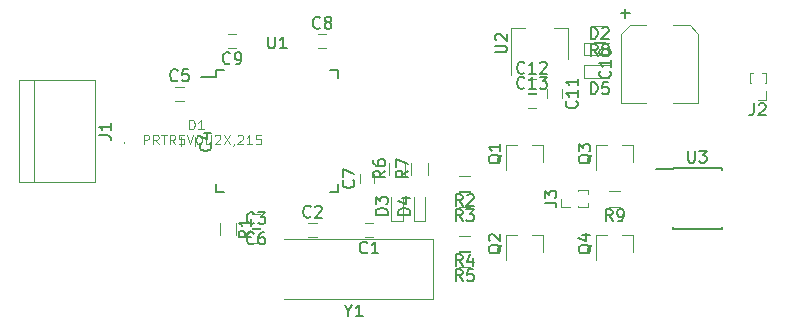
<source format=gbr>
G04 #@! TF.FileFunction,Legend,Top*
%FSLAX46Y46*%
G04 Gerber Fmt 4.6, Leading zero omitted, Abs format (unit mm)*
G04 Created by KiCad (PCBNEW 4.0.6) date 03/11/18 17:34:21*
%MOMM*%
%LPD*%
G01*
G04 APERTURE LIST*
%ADD10C,0.100000*%
%ADD11C,0.150000*%
%ADD12C,0.127000*%
%ADD13C,0.120000*%
%ADD14C,0.050000*%
G04 APERTURE END LIST*
D10*
D11*
X167597000Y-103470000D02*
X167597000Y-103520000D01*
X171747000Y-103470000D02*
X171747000Y-103615000D01*
X171747000Y-108620000D02*
X171747000Y-108475000D01*
X167597000Y-108620000D02*
X167597000Y-108475000D01*
X167597000Y-103470000D02*
X171747000Y-103470000D01*
X167597000Y-108620000D02*
X171747000Y-108620000D01*
X167597000Y-103520000D02*
X166197000Y-103520000D01*
D12*
X121232000Y-101330000D02*
G75*
G03X121232000Y-101330000I-50000J0D01*
G01*
D13*
X156647000Y-101475000D02*
X155717000Y-101475000D01*
X153487000Y-101475000D02*
X154417000Y-101475000D01*
X153487000Y-101475000D02*
X153487000Y-103635000D01*
X156647000Y-101475000D02*
X156647000Y-102935000D01*
X156647000Y-109095000D02*
X155717000Y-109095000D01*
X153487000Y-109095000D02*
X154417000Y-109095000D01*
X153487000Y-109095000D02*
X153487000Y-111255000D01*
X156647000Y-109095000D02*
X156647000Y-110555000D01*
X164267000Y-101475000D02*
X163337000Y-101475000D01*
X161107000Y-101475000D02*
X162037000Y-101475000D01*
X161107000Y-101475000D02*
X161107000Y-103635000D01*
X164267000Y-101475000D02*
X164267000Y-102935000D01*
X164267000Y-109095000D02*
X163337000Y-109095000D01*
X161107000Y-109095000D02*
X162037000Y-109095000D01*
X161107000Y-109095000D02*
X161107000Y-111255000D01*
X164267000Y-109095000D02*
X164267000Y-110555000D01*
X142259800Y-109337400D02*
X141559800Y-109337400D01*
X141559800Y-108137400D02*
X142259800Y-108137400D01*
X136771900Y-108099300D02*
X137471900Y-108099300D01*
X137471900Y-109299300D02*
X136771900Y-109299300D01*
X131984000Y-108632700D02*
X132684000Y-108632700D01*
X132684000Y-109832700D02*
X131984000Y-109832700D01*
X127206300Y-100856300D02*
X127206300Y-101556300D01*
X126006300Y-101556300D02*
X126006300Y-100856300D01*
X125507000Y-96555000D02*
X126207000Y-96555000D01*
X126207000Y-97755000D02*
X125507000Y-97755000D01*
X132671300Y-108562700D02*
X131971300Y-108562700D01*
X131971300Y-107362700D02*
X132671300Y-107362700D01*
X141106600Y-104693200D02*
X141106600Y-103993200D01*
X142306600Y-103993200D02*
X142306600Y-104693200D01*
X137572000Y-92110000D02*
X138272000Y-92110000D01*
X138272000Y-93310000D02*
X137572000Y-93310000D01*
X130652000Y-93310000D02*
X129952000Y-93310000D01*
X129952000Y-92110000D02*
X130652000Y-92110000D01*
X163197000Y-97915000D02*
X165377000Y-97915000D01*
X169797000Y-97915000D02*
X167617000Y-97915000D01*
X163957000Y-91315000D02*
X165377000Y-91315000D01*
X169037000Y-91315000D02*
X167617000Y-91315000D01*
X163197000Y-97915000D02*
X163197000Y-92075000D01*
X163197000Y-92075000D02*
X163957000Y-91315000D01*
X169037000Y-91315000D02*
X169797000Y-92075000D01*
X169797000Y-92075000D02*
X169797000Y-97915000D01*
X158207000Y-96805000D02*
X158207000Y-97505000D01*
X157007000Y-97505000D02*
X157007000Y-96805000D01*
X155352000Y-95920000D02*
X156052000Y-95920000D01*
X156052000Y-97120000D02*
X155352000Y-97120000D01*
X155352000Y-97190000D02*
X156052000Y-97190000D01*
X156052000Y-98390000D02*
X155352000Y-98390000D01*
X160117000Y-92845000D02*
X160117000Y-93845000D01*
X160117000Y-93845000D02*
X162217000Y-93845000D01*
X160117000Y-92845000D02*
X162217000Y-92845000D01*
X143772000Y-107980000D02*
X144772000Y-107980000D01*
X144772000Y-107980000D02*
X144772000Y-105880000D01*
X143772000Y-107980000D02*
X143772000Y-105880000D01*
X145677000Y-107980000D02*
X146677000Y-107980000D01*
X146677000Y-107980000D02*
X146677000Y-105880000D01*
X145677000Y-107980000D02*
X145677000Y-105880000D01*
X160117000Y-94700000D02*
X160117000Y-95800000D01*
X160117000Y-95800000D02*
X162217000Y-95800000D01*
X160117000Y-94700000D02*
X162217000Y-94700000D01*
X112302000Y-95980000D02*
X112302000Y-104680000D01*
X118712000Y-95980000D02*
X118712000Y-104680000D01*
X118712000Y-104680000D02*
X112302000Y-104680000D01*
X113532000Y-104680000D02*
X113532000Y-95980000D01*
X112302000Y-95980000D02*
X118712000Y-95980000D01*
X175510500Y-95417200D02*
X175209993Y-95417200D01*
X174421007Y-95417200D02*
X174120500Y-95417200D01*
X175510500Y-96292200D02*
X175510500Y-95417200D01*
X174120500Y-96292200D02*
X174120500Y-95417200D01*
X175510500Y-96292200D02*
X175423776Y-96292200D01*
X174207224Y-96292200D02*
X174120500Y-96292200D01*
X175510500Y-96977200D02*
X175510500Y-97662200D01*
X175510500Y-97662200D02*
X174815500Y-97662200D01*
X160437000Y-106740000D02*
X160437000Y-106439493D01*
X160437000Y-105650507D02*
X160437000Y-105350000D01*
X159562000Y-106740000D02*
X160437000Y-106740000D01*
X159562000Y-105350000D02*
X160437000Y-105350000D01*
X159562000Y-106740000D02*
X159562000Y-106653276D01*
X159562000Y-105436724D02*
X159562000Y-105350000D01*
X158877000Y-106740000D02*
X158192000Y-106740000D01*
X158192000Y-106740000D02*
X158192000Y-106045000D01*
X129291800Y-109097700D02*
X129291800Y-108097700D01*
X130651800Y-108097700D02*
X130651800Y-109097700D01*
X149487000Y-104095000D02*
X150487000Y-104095000D01*
X150487000Y-105455000D02*
X149487000Y-105455000D01*
X149487000Y-105365000D02*
X150487000Y-105365000D01*
X150487000Y-106725000D02*
X149487000Y-106725000D01*
X149487000Y-109175000D02*
X150487000Y-109175000D01*
X150487000Y-110535000D02*
X149487000Y-110535000D01*
X149487000Y-110445000D02*
X150487000Y-110445000D01*
X150487000Y-111805000D02*
X149487000Y-111805000D01*
X144952000Y-103005000D02*
X144952000Y-104005000D01*
X143592000Y-104005000D02*
X143592000Y-103005000D01*
X146857000Y-103005000D02*
X146857000Y-104005000D01*
X145497000Y-104005000D02*
X145497000Y-103005000D01*
X160917000Y-91395000D02*
X161917000Y-91395000D01*
X161917000Y-92755000D02*
X160917000Y-92755000D01*
X162187000Y-105365000D02*
X163187000Y-105365000D01*
X163187000Y-106725000D02*
X162187000Y-106725000D01*
D11*
X128937000Y-95155000D02*
X128937000Y-95730000D01*
X139287000Y-95155000D02*
X139287000Y-95830000D01*
X139287000Y-105505000D02*
X139287000Y-104830000D01*
X128937000Y-105505000D02*
X128937000Y-104830000D01*
X128937000Y-95155000D02*
X129612000Y-95155000D01*
X128937000Y-105505000D02*
X129612000Y-105505000D01*
X139287000Y-105505000D02*
X138612000Y-105505000D01*
X139287000Y-95155000D02*
X138612000Y-95155000D01*
X128937000Y-95730000D02*
X127662000Y-95730000D01*
D13*
X157537000Y-91565000D02*
X158737000Y-91565000D01*
X158737000Y-91565000D02*
X158737000Y-94265000D01*
X153937000Y-95565000D02*
X153937000Y-91565000D01*
X153937000Y-91565000D02*
X155137000Y-91565000D01*
X134739800Y-114564000D02*
X147339800Y-114564000D01*
X147339800Y-114564000D02*
X147339800Y-109464000D01*
X147339800Y-109464000D02*
X134739800Y-109464000D01*
D11*
X168910095Y-101997381D02*
X168910095Y-102806905D01*
X168957714Y-102902143D01*
X169005333Y-102949762D01*
X169100571Y-102997381D01*
X169291048Y-102997381D01*
X169386286Y-102949762D01*
X169433905Y-102902143D01*
X169481524Y-102806905D01*
X169481524Y-101997381D01*
X169862476Y-101997381D02*
X170481524Y-101997381D01*
X170148190Y-102378333D01*
X170291048Y-102378333D01*
X170386286Y-102425952D01*
X170433905Y-102473571D01*
X170481524Y-102568810D01*
X170481524Y-102806905D01*
X170433905Y-102902143D01*
X170386286Y-102949762D01*
X170291048Y-102997381D01*
X170005333Y-102997381D01*
X169910095Y-102949762D01*
X169862476Y-102902143D01*
D14*
X126680347Y-100183288D02*
X126680347Y-99379906D01*
X126871629Y-99379906D01*
X126986398Y-99418162D01*
X127062910Y-99494675D01*
X127101167Y-99571187D01*
X127139423Y-99724212D01*
X127139423Y-99838981D01*
X127101167Y-99992006D01*
X127062910Y-100068519D01*
X126986398Y-100145031D01*
X126871629Y-100183288D01*
X126680347Y-100183288D01*
X127904549Y-100183288D02*
X127445473Y-100183288D01*
X127675011Y-100183288D02*
X127675011Y-99379906D01*
X127598498Y-99494675D01*
X127521986Y-99571187D01*
X127445473Y-99609443D01*
X122829065Y-101457068D02*
X122829065Y-100654812D01*
X123134687Y-100654812D01*
X123211092Y-100693015D01*
X123249295Y-100731218D01*
X123287497Y-100807623D01*
X123287497Y-100922231D01*
X123249295Y-100998636D01*
X123211092Y-101036839D01*
X123134687Y-101075042D01*
X122829065Y-101075042D01*
X124089753Y-101457068D02*
X123822335Y-101075042D01*
X123631321Y-101457068D02*
X123631321Y-100654812D01*
X123936943Y-100654812D01*
X124013348Y-100693015D01*
X124051551Y-100731218D01*
X124089753Y-100807623D01*
X124089753Y-100922231D01*
X124051551Y-100998636D01*
X124013348Y-101036839D01*
X123936943Y-101075042D01*
X123631321Y-101075042D01*
X124318969Y-100654812D02*
X124777401Y-100654812D01*
X124548185Y-101457068D02*
X124548185Y-100654812D01*
X125503252Y-101457068D02*
X125235834Y-101075042D01*
X125044820Y-101457068D02*
X125044820Y-100654812D01*
X125350442Y-100654812D01*
X125426847Y-100693015D01*
X125465050Y-100731218D01*
X125503252Y-100807623D01*
X125503252Y-100922231D01*
X125465050Y-100998636D01*
X125426847Y-101036839D01*
X125350442Y-101075042D01*
X125044820Y-101075042D01*
X126229103Y-100654812D02*
X125847076Y-100654812D01*
X125808874Y-101036839D01*
X125847076Y-100998636D01*
X125923482Y-100960434D01*
X126114495Y-100960434D01*
X126190900Y-100998636D01*
X126229103Y-101036839D01*
X126267306Y-101113244D01*
X126267306Y-101304258D01*
X126229103Y-101380663D01*
X126190900Y-101418866D01*
X126114495Y-101457068D01*
X125923482Y-101457068D01*
X125847076Y-101418866D01*
X125808874Y-101380663D01*
X126496521Y-100654812D02*
X126763940Y-101457068D01*
X127031359Y-100654812D01*
X127451588Y-100654812D02*
X127527993Y-100654812D01*
X127604399Y-100693015D01*
X127642601Y-100731218D01*
X127680804Y-100807623D01*
X127719007Y-100960434D01*
X127719007Y-101151447D01*
X127680804Y-101304258D01*
X127642601Y-101380663D01*
X127604399Y-101418866D01*
X127527993Y-101457068D01*
X127451588Y-101457068D01*
X127375183Y-101418866D01*
X127336980Y-101380663D01*
X127298777Y-101304258D01*
X127260575Y-101151447D01*
X127260575Y-100960434D01*
X127298777Y-100807623D01*
X127336980Y-100731218D01*
X127375183Y-100693015D01*
X127451588Y-100654812D01*
X128062830Y-100654812D02*
X128062830Y-101304258D01*
X128101033Y-101380663D01*
X128139236Y-101418866D01*
X128215641Y-101457068D01*
X128368452Y-101457068D01*
X128444857Y-101418866D01*
X128483060Y-101380663D01*
X128521262Y-101304258D01*
X128521262Y-100654812D01*
X128865087Y-100731218D02*
X128903289Y-100693015D01*
X128979695Y-100654812D01*
X129170708Y-100654812D01*
X129247113Y-100693015D01*
X129285316Y-100731218D01*
X129323519Y-100807623D01*
X129323519Y-100884028D01*
X129285316Y-100998636D01*
X128826884Y-101457068D01*
X129323519Y-101457068D01*
X129590937Y-100654812D02*
X130125774Y-101457068D01*
X130125774Y-100654812D02*
X129590937Y-101457068D01*
X130469598Y-101418866D02*
X130469598Y-101457068D01*
X130431395Y-101533474D01*
X130393193Y-101571676D01*
X130775220Y-100731218D02*
X130813422Y-100693015D01*
X130889828Y-100654812D01*
X131080841Y-100654812D01*
X131157246Y-100693015D01*
X131195449Y-100731218D01*
X131233652Y-100807623D01*
X131233652Y-100884028D01*
X131195449Y-100998636D01*
X130737017Y-101457068D01*
X131233652Y-101457068D01*
X131997705Y-101457068D02*
X131539273Y-101457068D01*
X131768489Y-101457068D02*
X131768489Y-100654812D01*
X131692083Y-100769420D01*
X131615678Y-100845826D01*
X131539273Y-100884028D01*
X132723555Y-100654812D02*
X132341528Y-100654812D01*
X132303326Y-101036839D01*
X132341528Y-100998636D01*
X132417934Y-100960434D01*
X132608947Y-100960434D01*
X132685352Y-100998636D01*
X132723555Y-101036839D01*
X132761758Y-101113244D01*
X132761758Y-101304258D01*
X132723555Y-101380663D01*
X132685352Y-101418866D01*
X132608947Y-101457068D01*
X132417934Y-101457068D01*
X132341528Y-101418866D01*
X132303326Y-101380663D01*
D11*
X153114619Y-102330238D02*
X153067000Y-102425476D01*
X152971762Y-102520714D01*
X152828905Y-102663571D01*
X152781286Y-102758810D01*
X152781286Y-102854048D01*
X153019381Y-102806429D02*
X152971762Y-102901667D01*
X152876524Y-102996905D01*
X152686048Y-103044524D01*
X152352714Y-103044524D01*
X152162238Y-102996905D01*
X152067000Y-102901667D01*
X152019381Y-102806429D01*
X152019381Y-102615952D01*
X152067000Y-102520714D01*
X152162238Y-102425476D01*
X152352714Y-102377857D01*
X152686048Y-102377857D01*
X152876524Y-102425476D01*
X152971762Y-102520714D01*
X153019381Y-102615952D01*
X153019381Y-102806429D01*
X153019381Y-101425476D02*
X153019381Y-101996905D01*
X153019381Y-101711191D02*
X152019381Y-101711191D01*
X152162238Y-101806429D01*
X152257476Y-101901667D01*
X152305095Y-101996905D01*
X153114619Y-109950238D02*
X153067000Y-110045476D01*
X152971762Y-110140714D01*
X152828905Y-110283571D01*
X152781286Y-110378810D01*
X152781286Y-110474048D01*
X153019381Y-110426429D02*
X152971762Y-110521667D01*
X152876524Y-110616905D01*
X152686048Y-110664524D01*
X152352714Y-110664524D01*
X152162238Y-110616905D01*
X152067000Y-110521667D01*
X152019381Y-110426429D01*
X152019381Y-110235952D01*
X152067000Y-110140714D01*
X152162238Y-110045476D01*
X152352714Y-109997857D01*
X152686048Y-109997857D01*
X152876524Y-110045476D01*
X152971762Y-110140714D01*
X153019381Y-110235952D01*
X153019381Y-110426429D01*
X152114619Y-109616905D02*
X152067000Y-109569286D01*
X152019381Y-109474048D01*
X152019381Y-109235952D01*
X152067000Y-109140714D01*
X152114619Y-109093095D01*
X152209857Y-109045476D01*
X152305095Y-109045476D01*
X152447952Y-109093095D01*
X153019381Y-109664524D01*
X153019381Y-109045476D01*
X160734619Y-102330238D02*
X160687000Y-102425476D01*
X160591762Y-102520714D01*
X160448905Y-102663571D01*
X160401286Y-102758810D01*
X160401286Y-102854048D01*
X160639381Y-102806429D02*
X160591762Y-102901667D01*
X160496524Y-102996905D01*
X160306048Y-103044524D01*
X159972714Y-103044524D01*
X159782238Y-102996905D01*
X159687000Y-102901667D01*
X159639381Y-102806429D01*
X159639381Y-102615952D01*
X159687000Y-102520714D01*
X159782238Y-102425476D01*
X159972714Y-102377857D01*
X160306048Y-102377857D01*
X160496524Y-102425476D01*
X160591762Y-102520714D01*
X160639381Y-102615952D01*
X160639381Y-102806429D01*
X159639381Y-102044524D02*
X159639381Y-101425476D01*
X160020333Y-101758810D01*
X160020333Y-101615952D01*
X160067952Y-101520714D01*
X160115571Y-101473095D01*
X160210810Y-101425476D01*
X160448905Y-101425476D01*
X160544143Y-101473095D01*
X160591762Y-101520714D01*
X160639381Y-101615952D01*
X160639381Y-101901667D01*
X160591762Y-101996905D01*
X160544143Y-102044524D01*
X160734619Y-109950238D02*
X160687000Y-110045476D01*
X160591762Y-110140714D01*
X160448905Y-110283571D01*
X160401286Y-110378810D01*
X160401286Y-110474048D01*
X160639381Y-110426429D02*
X160591762Y-110521667D01*
X160496524Y-110616905D01*
X160306048Y-110664524D01*
X159972714Y-110664524D01*
X159782238Y-110616905D01*
X159687000Y-110521667D01*
X159639381Y-110426429D01*
X159639381Y-110235952D01*
X159687000Y-110140714D01*
X159782238Y-110045476D01*
X159972714Y-109997857D01*
X160306048Y-109997857D01*
X160496524Y-110045476D01*
X160591762Y-110140714D01*
X160639381Y-110235952D01*
X160639381Y-110426429D01*
X159972714Y-109140714D02*
X160639381Y-109140714D01*
X159591762Y-109378810D02*
X160306048Y-109616905D01*
X160306048Y-108997857D01*
X141743134Y-110594543D02*
X141695515Y-110642162D01*
X141552658Y-110689781D01*
X141457420Y-110689781D01*
X141314562Y-110642162D01*
X141219324Y-110546924D01*
X141171705Y-110451686D01*
X141124086Y-110261210D01*
X141124086Y-110118352D01*
X141171705Y-109927876D01*
X141219324Y-109832638D01*
X141314562Y-109737400D01*
X141457420Y-109689781D01*
X141552658Y-109689781D01*
X141695515Y-109737400D01*
X141743134Y-109785019D01*
X142695515Y-110689781D02*
X142124086Y-110689781D01*
X142409800Y-110689781D02*
X142409800Y-109689781D01*
X142314562Y-109832638D01*
X142219324Y-109927876D01*
X142124086Y-109975495D01*
X136955234Y-107556443D02*
X136907615Y-107604062D01*
X136764758Y-107651681D01*
X136669520Y-107651681D01*
X136526662Y-107604062D01*
X136431424Y-107508824D01*
X136383805Y-107413586D01*
X136336186Y-107223110D01*
X136336186Y-107080252D01*
X136383805Y-106889776D01*
X136431424Y-106794538D01*
X136526662Y-106699300D01*
X136669520Y-106651681D01*
X136764758Y-106651681D01*
X136907615Y-106699300D01*
X136955234Y-106746919D01*
X137336186Y-106746919D02*
X137383805Y-106699300D01*
X137479043Y-106651681D01*
X137717139Y-106651681D01*
X137812377Y-106699300D01*
X137859996Y-106746919D01*
X137907615Y-106842157D01*
X137907615Y-106937395D01*
X137859996Y-107080252D01*
X137288567Y-107651681D01*
X137907615Y-107651681D01*
X132167334Y-108089843D02*
X132119715Y-108137462D01*
X131976858Y-108185081D01*
X131881620Y-108185081D01*
X131738762Y-108137462D01*
X131643524Y-108042224D01*
X131595905Y-107946986D01*
X131548286Y-107756510D01*
X131548286Y-107613652D01*
X131595905Y-107423176D01*
X131643524Y-107327938D01*
X131738762Y-107232700D01*
X131881620Y-107185081D01*
X131976858Y-107185081D01*
X132119715Y-107232700D01*
X132167334Y-107280319D01*
X132500667Y-107185081D02*
X133119715Y-107185081D01*
X132786381Y-107566033D01*
X132929239Y-107566033D01*
X133024477Y-107613652D01*
X133072096Y-107661271D01*
X133119715Y-107756510D01*
X133119715Y-107994605D01*
X133072096Y-108089843D01*
X133024477Y-108137462D01*
X132929239Y-108185081D01*
X132643524Y-108185081D01*
X132548286Y-108137462D01*
X132500667Y-108089843D01*
X128463443Y-101372966D02*
X128511062Y-101420585D01*
X128558681Y-101563442D01*
X128558681Y-101658680D01*
X128511062Y-101801538D01*
X128415824Y-101896776D01*
X128320586Y-101944395D01*
X128130110Y-101992014D01*
X127987252Y-101992014D01*
X127796776Y-101944395D01*
X127701538Y-101896776D01*
X127606300Y-101801538D01*
X127558681Y-101658680D01*
X127558681Y-101563442D01*
X127606300Y-101420585D01*
X127653919Y-101372966D01*
X127892014Y-100515823D02*
X128558681Y-100515823D01*
X127511062Y-100753919D02*
X128225348Y-100992014D01*
X128225348Y-100372966D01*
X125690334Y-96012143D02*
X125642715Y-96059762D01*
X125499858Y-96107381D01*
X125404620Y-96107381D01*
X125261762Y-96059762D01*
X125166524Y-95964524D01*
X125118905Y-95869286D01*
X125071286Y-95678810D01*
X125071286Y-95535952D01*
X125118905Y-95345476D01*
X125166524Y-95250238D01*
X125261762Y-95155000D01*
X125404620Y-95107381D01*
X125499858Y-95107381D01*
X125642715Y-95155000D01*
X125690334Y-95202619D01*
X126595096Y-95107381D02*
X126118905Y-95107381D01*
X126071286Y-95583571D01*
X126118905Y-95535952D01*
X126214143Y-95488333D01*
X126452239Y-95488333D01*
X126547477Y-95535952D01*
X126595096Y-95583571D01*
X126642715Y-95678810D01*
X126642715Y-95916905D01*
X126595096Y-96012143D01*
X126547477Y-96059762D01*
X126452239Y-96107381D01*
X126214143Y-96107381D01*
X126118905Y-96059762D01*
X126071286Y-96012143D01*
X132154634Y-109819843D02*
X132107015Y-109867462D01*
X131964158Y-109915081D01*
X131868920Y-109915081D01*
X131726062Y-109867462D01*
X131630824Y-109772224D01*
X131583205Y-109676986D01*
X131535586Y-109486510D01*
X131535586Y-109343652D01*
X131583205Y-109153176D01*
X131630824Y-109057938D01*
X131726062Y-108962700D01*
X131868920Y-108915081D01*
X131964158Y-108915081D01*
X132107015Y-108962700D01*
X132154634Y-109010319D01*
X133011777Y-108915081D02*
X132821300Y-108915081D01*
X132726062Y-108962700D01*
X132678443Y-109010319D01*
X132583205Y-109153176D01*
X132535586Y-109343652D01*
X132535586Y-109724605D01*
X132583205Y-109819843D01*
X132630824Y-109867462D01*
X132726062Y-109915081D01*
X132916539Y-109915081D01*
X133011777Y-109867462D01*
X133059396Y-109819843D01*
X133107015Y-109724605D01*
X133107015Y-109486510D01*
X133059396Y-109391271D01*
X133011777Y-109343652D01*
X132916539Y-109296033D01*
X132726062Y-109296033D01*
X132630824Y-109343652D01*
X132583205Y-109391271D01*
X132535586Y-109486510D01*
X140563743Y-104509866D02*
X140611362Y-104557485D01*
X140658981Y-104700342D01*
X140658981Y-104795580D01*
X140611362Y-104938438D01*
X140516124Y-105033676D01*
X140420886Y-105081295D01*
X140230410Y-105128914D01*
X140087552Y-105128914D01*
X139897076Y-105081295D01*
X139801838Y-105033676D01*
X139706600Y-104938438D01*
X139658981Y-104795580D01*
X139658981Y-104700342D01*
X139706600Y-104557485D01*
X139754219Y-104509866D01*
X139658981Y-104176533D02*
X139658981Y-103509866D01*
X140658981Y-103938438D01*
X137755334Y-91567143D02*
X137707715Y-91614762D01*
X137564858Y-91662381D01*
X137469620Y-91662381D01*
X137326762Y-91614762D01*
X137231524Y-91519524D01*
X137183905Y-91424286D01*
X137136286Y-91233810D01*
X137136286Y-91090952D01*
X137183905Y-90900476D01*
X137231524Y-90805238D01*
X137326762Y-90710000D01*
X137469620Y-90662381D01*
X137564858Y-90662381D01*
X137707715Y-90710000D01*
X137755334Y-90757619D01*
X138326762Y-91090952D02*
X138231524Y-91043333D01*
X138183905Y-90995714D01*
X138136286Y-90900476D01*
X138136286Y-90852857D01*
X138183905Y-90757619D01*
X138231524Y-90710000D01*
X138326762Y-90662381D01*
X138517239Y-90662381D01*
X138612477Y-90710000D01*
X138660096Y-90757619D01*
X138707715Y-90852857D01*
X138707715Y-90900476D01*
X138660096Y-90995714D01*
X138612477Y-91043333D01*
X138517239Y-91090952D01*
X138326762Y-91090952D01*
X138231524Y-91138571D01*
X138183905Y-91186190D01*
X138136286Y-91281429D01*
X138136286Y-91471905D01*
X138183905Y-91567143D01*
X138231524Y-91614762D01*
X138326762Y-91662381D01*
X138517239Y-91662381D01*
X138612477Y-91614762D01*
X138660096Y-91567143D01*
X138707715Y-91471905D01*
X138707715Y-91281429D01*
X138660096Y-91186190D01*
X138612477Y-91138571D01*
X138517239Y-91090952D01*
X130135334Y-94567143D02*
X130087715Y-94614762D01*
X129944858Y-94662381D01*
X129849620Y-94662381D01*
X129706762Y-94614762D01*
X129611524Y-94519524D01*
X129563905Y-94424286D01*
X129516286Y-94233810D01*
X129516286Y-94090952D01*
X129563905Y-93900476D01*
X129611524Y-93805238D01*
X129706762Y-93710000D01*
X129849620Y-93662381D01*
X129944858Y-93662381D01*
X130087715Y-93710000D01*
X130135334Y-93757619D01*
X130611524Y-94662381D02*
X130802000Y-94662381D01*
X130897239Y-94614762D01*
X130944858Y-94567143D01*
X131040096Y-94424286D01*
X131087715Y-94233810D01*
X131087715Y-93852857D01*
X131040096Y-93757619D01*
X130992477Y-93710000D01*
X130897239Y-93662381D01*
X130706762Y-93662381D01*
X130611524Y-93710000D01*
X130563905Y-93757619D01*
X130516286Y-93852857D01*
X130516286Y-94090952D01*
X130563905Y-94186190D01*
X130611524Y-94233810D01*
X130706762Y-94281429D01*
X130897239Y-94281429D01*
X130992477Y-94233810D01*
X131040096Y-94186190D01*
X131087715Y-94090952D01*
X162294143Y-95257857D02*
X162341762Y-95305476D01*
X162389381Y-95448333D01*
X162389381Y-95543571D01*
X162341762Y-95686429D01*
X162246524Y-95781667D01*
X162151286Y-95829286D01*
X161960810Y-95876905D01*
X161817952Y-95876905D01*
X161627476Y-95829286D01*
X161532238Y-95781667D01*
X161437000Y-95686429D01*
X161389381Y-95543571D01*
X161389381Y-95448333D01*
X161437000Y-95305476D01*
X161484619Y-95257857D01*
X162389381Y-94305476D02*
X162389381Y-94876905D01*
X162389381Y-94591191D02*
X161389381Y-94591191D01*
X161532238Y-94686429D01*
X161627476Y-94781667D01*
X161675095Y-94876905D01*
X161389381Y-93686429D02*
X161389381Y-93591190D01*
X161437000Y-93495952D01*
X161484619Y-93448333D01*
X161579857Y-93400714D01*
X161770333Y-93353095D01*
X162008429Y-93353095D01*
X162198905Y-93400714D01*
X162294143Y-93448333D01*
X162341762Y-93495952D01*
X162389381Y-93591190D01*
X162389381Y-93686429D01*
X162341762Y-93781667D01*
X162294143Y-93829286D01*
X162198905Y-93876905D01*
X162008429Y-93924524D01*
X161770333Y-93924524D01*
X161579857Y-93876905D01*
X161484619Y-93829286D01*
X161437000Y-93781667D01*
X161389381Y-93686429D01*
X163608429Y-90715952D02*
X163608429Y-89954047D01*
X163989381Y-90334999D02*
X163227476Y-90334999D01*
X159464143Y-97797857D02*
X159511762Y-97845476D01*
X159559381Y-97988333D01*
X159559381Y-98083571D01*
X159511762Y-98226429D01*
X159416524Y-98321667D01*
X159321286Y-98369286D01*
X159130810Y-98416905D01*
X158987952Y-98416905D01*
X158797476Y-98369286D01*
X158702238Y-98321667D01*
X158607000Y-98226429D01*
X158559381Y-98083571D01*
X158559381Y-97988333D01*
X158607000Y-97845476D01*
X158654619Y-97797857D01*
X159559381Y-96845476D02*
X159559381Y-97416905D01*
X159559381Y-97131191D02*
X158559381Y-97131191D01*
X158702238Y-97226429D01*
X158797476Y-97321667D01*
X158845095Y-97416905D01*
X159559381Y-95893095D02*
X159559381Y-96464524D01*
X159559381Y-96178810D02*
X158559381Y-96178810D01*
X158702238Y-96274048D01*
X158797476Y-96369286D01*
X158845095Y-96464524D01*
X155059143Y-95377143D02*
X155011524Y-95424762D01*
X154868667Y-95472381D01*
X154773429Y-95472381D01*
X154630571Y-95424762D01*
X154535333Y-95329524D01*
X154487714Y-95234286D01*
X154440095Y-95043810D01*
X154440095Y-94900952D01*
X154487714Y-94710476D01*
X154535333Y-94615238D01*
X154630571Y-94520000D01*
X154773429Y-94472381D01*
X154868667Y-94472381D01*
X155011524Y-94520000D01*
X155059143Y-94567619D01*
X156011524Y-95472381D02*
X155440095Y-95472381D01*
X155725809Y-95472381D02*
X155725809Y-94472381D01*
X155630571Y-94615238D01*
X155535333Y-94710476D01*
X155440095Y-94758095D01*
X156392476Y-94567619D02*
X156440095Y-94520000D01*
X156535333Y-94472381D01*
X156773429Y-94472381D01*
X156868667Y-94520000D01*
X156916286Y-94567619D01*
X156963905Y-94662857D01*
X156963905Y-94758095D01*
X156916286Y-94900952D01*
X156344857Y-95472381D01*
X156963905Y-95472381D01*
X155059143Y-96647143D02*
X155011524Y-96694762D01*
X154868667Y-96742381D01*
X154773429Y-96742381D01*
X154630571Y-96694762D01*
X154535333Y-96599524D01*
X154487714Y-96504286D01*
X154440095Y-96313810D01*
X154440095Y-96170952D01*
X154487714Y-95980476D01*
X154535333Y-95885238D01*
X154630571Y-95790000D01*
X154773429Y-95742381D01*
X154868667Y-95742381D01*
X155011524Y-95790000D01*
X155059143Y-95837619D01*
X156011524Y-96742381D02*
X155440095Y-96742381D01*
X155725809Y-96742381D02*
X155725809Y-95742381D01*
X155630571Y-95885238D01*
X155535333Y-95980476D01*
X155440095Y-96028095D01*
X156344857Y-95742381D02*
X156963905Y-95742381D01*
X156630571Y-96123333D01*
X156773429Y-96123333D01*
X156868667Y-96170952D01*
X156916286Y-96218571D01*
X156963905Y-96313810D01*
X156963905Y-96551905D01*
X156916286Y-96647143D01*
X156868667Y-96694762D01*
X156773429Y-96742381D01*
X156487714Y-96742381D01*
X156392476Y-96694762D01*
X156344857Y-96647143D01*
X160678905Y-92547381D02*
X160678905Y-91547381D01*
X160917000Y-91547381D01*
X161059858Y-91595000D01*
X161155096Y-91690238D01*
X161202715Y-91785476D01*
X161250334Y-91975952D01*
X161250334Y-92118810D01*
X161202715Y-92309286D01*
X161155096Y-92404524D01*
X161059858Y-92499762D01*
X160917000Y-92547381D01*
X160678905Y-92547381D01*
X161631286Y-91642619D02*
X161678905Y-91595000D01*
X161774143Y-91547381D01*
X162012239Y-91547381D01*
X162107477Y-91595000D01*
X162155096Y-91642619D01*
X162202715Y-91737857D01*
X162202715Y-91833095D01*
X162155096Y-91975952D01*
X161583667Y-92547381D01*
X162202715Y-92547381D01*
X143474381Y-107418095D02*
X142474381Y-107418095D01*
X142474381Y-107180000D01*
X142522000Y-107037142D01*
X142617238Y-106941904D01*
X142712476Y-106894285D01*
X142902952Y-106846666D01*
X143045810Y-106846666D01*
X143236286Y-106894285D01*
X143331524Y-106941904D01*
X143426762Y-107037142D01*
X143474381Y-107180000D01*
X143474381Y-107418095D01*
X142474381Y-106513333D02*
X142474381Y-105894285D01*
X142855333Y-106227619D01*
X142855333Y-106084761D01*
X142902952Y-105989523D01*
X142950571Y-105941904D01*
X143045810Y-105894285D01*
X143283905Y-105894285D01*
X143379143Y-105941904D01*
X143426762Y-105989523D01*
X143474381Y-106084761D01*
X143474381Y-106370476D01*
X143426762Y-106465714D01*
X143379143Y-106513333D01*
X145379381Y-107418095D02*
X144379381Y-107418095D01*
X144379381Y-107180000D01*
X144427000Y-107037142D01*
X144522238Y-106941904D01*
X144617476Y-106894285D01*
X144807952Y-106846666D01*
X144950810Y-106846666D01*
X145141286Y-106894285D01*
X145236524Y-106941904D01*
X145331762Y-107037142D01*
X145379381Y-107180000D01*
X145379381Y-107418095D01*
X144712714Y-105989523D02*
X145379381Y-105989523D01*
X144331762Y-106227619D02*
X145046048Y-106465714D01*
X145046048Y-105846666D01*
X160678905Y-97202381D02*
X160678905Y-96202381D01*
X160917000Y-96202381D01*
X161059858Y-96250000D01*
X161155096Y-96345238D01*
X161202715Y-96440476D01*
X161250334Y-96630952D01*
X161250334Y-96773810D01*
X161202715Y-96964286D01*
X161155096Y-97059524D01*
X161059858Y-97154762D01*
X160917000Y-97202381D01*
X160678905Y-97202381D01*
X162155096Y-96202381D02*
X161678905Y-96202381D01*
X161631286Y-96678571D01*
X161678905Y-96630952D01*
X161774143Y-96583333D01*
X162012239Y-96583333D01*
X162107477Y-96630952D01*
X162155096Y-96678571D01*
X162202715Y-96773810D01*
X162202715Y-97011905D01*
X162155096Y-97107143D01*
X162107477Y-97154762D01*
X162012239Y-97202381D01*
X161774143Y-97202381D01*
X161678905Y-97154762D01*
X161631286Y-97107143D01*
X119024381Y-100663333D02*
X119738667Y-100663333D01*
X119881524Y-100710953D01*
X119976762Y-100806191D01*
X120024381Y-100949048D01*
X120024381Y-101044286D01*
X120024381Y-99663333D02*
X120024381Y-100234762D01*
X120024381Y-99949048D02*
X119024381Y-99949048D01*
X119167238Y-100044286D01*
X119262476Y-100139524D01*
X119310095Y-100234762D01*
X174482167Y-97989581D02*
X174482167Y-98703867D01*
X174434547Y-98846724D01*
X174339309Y-98941962D01*
X174196452Y-98989581D01*
X174101214Y-98989581D01*
X174910738Y-98084819D02*
X174958357Y-98037200D01*
X175053595Y-97989581D01*
X175291691Y-97989581D01*
X175386929Y-98037200D01*
X175434548Y-98084819D01*
X175482167Y-98180057D01*
X175482167Y-98275295D01*
X175434548Y-98418152D01*
X174863119Y-98989581D01*
X175482167Y-98989581D01*
X156769381Y-106378333D02*
X157483667Y-106378333D01*
X157626524Y-106425953D01*
X157721762Y-106521191D01*
X157769381Y-106664048D01*
X157769381Y-106759286D01*
X156769381Y-105997381D02*
X156769381Y-105378333D01*
X157150333Y-105711667D01*
X157150333Y-105568809D01*
X157197952Y-105473571D01*
X157245571Y-105425952D01*
X157340810Y-105378333D01*
X157578905Y-105378333D01*
X157674143Y-105425952D01*
X157721762Y-105473571D01*
X157769381Y-105568809D01*
X157769381Y-105854524D01*
X157721762Y-105949762D01*
X157674143Y-105997381D01*
X131874181Y-108764366D02*
X131397990Y-109097700D01*
X131874181Y-109335795D02*
X130874181Y-109335795D01*
X130874181Y-108954842D01*
X130921800Y-108859604D01*
X130969419Y-108811985D01*
X131064657Y-108764366D01*
X131207514Y-108764366D01*
X131302752Y-108811985D01*
X131350371Y-108859604D01*
X131397990Y-108954842D01*
X131397990Y-109335795D01*
X131874181Y-107811985D02*
X131874181Y-108383414D01*
X131874181Y-108097700D02*
X130874181Y-108097700D01*
X131017038Y-108192938D01*
X131112276Y-108288176D01*
X131159895Y-108383414D01*
X149820334Y-106677381D02*
X149487000Y-106201190D01*
X149248905Y-106677381D02*
X149248905Y-105677381D01*
X149629858Y-105677381D01*
X149725096Y-105725000D01*
X149772715Y-105772619D01*
X149820334Y-105867857D01*
X149820334Y-106010714D01*
X149772715Y-106105952D01*
X149725096Y-106153571D01*
X149629858Y-106201190D01*
X149248905Y-106201190D01*
X150201286Y-105772619D02*
X150248905Y-105725000D01*
X150344143Y-105677381D01*
X150582239Y-105677381D01*
X150677477Y-105725000D01*
X150725096Y-105772619D01*
X150772715Y-105867857D01*
X150772715Y-105963095D01*
X150725096Y-106105952D01*
X150153667Y-106677381D01*
X150772715Y-106677381D01*
X149820334Y-107947381D02*
X149487000Y-107471190D01*
X149248905Y-107947381D02*
X149248905Y-106947381D01*
X149629858Y-106947381D01*
X149725096Y-106995000D01*
X149772715Y-107042619D01*
X149820334Y-107137857D01*
X149820334Y-107280714D01*
X149772715Y-107375952D01*
X149725096Y-107423571D01*
X149629858Y-107471190D01*
X149248905Y-107471190D01*
X150153667Y-106947381D02*
X150772715Y-106947381D01*
X150439381Y-107328333D01*
X150582239Y-107328333D01*
X150677477Y-107375952D01*
X150725096Y-107423571D01*
X150772715Y-107518810D01*
X150772715Y-107756905D01*
X150725096Y-107852143D01*
X150677477Y-107899762D01*
X150582239Y-107947381D01*
X150296524Y-107947381D01*
X150201286Y-107899762D01*
X150153667Y-107852143D01*
X149820334Y-111757381D02*
X149487000Y-111281190D01*
X149248905Y-111757381D02*
X149248905Y-110757381D01*
X149629858Y-110757381D01*
X149725096Y-110805000D01*
X149772715Y-110852619D01*
X149820334Y-110947857D01*
X149820334Y-111090714D01*
X149772715Y-111185952D01*
X149725096Y-111233571D01*
X149629858Y-111281190D01*
X149248905Y-111281190D01*
X150677477Y-111090714D02*
X150677477Y-111757381D01*
X150439381Y-110709762D02*
X150201286Y-111424048D01*
X150820334Y-111424048D01*
X149820334Y-113027381D02*
X149487000Y-112551190D01*
X149248905Y-113027381D02*
X149248905Y-112027381D01*
X149629858Y-112027381D01*
X149725096Y-112075000D01*
X149772715Y-112122619D01*
X149820334Y-112217857D01*
X149820334Y-112360714D01*
X149772715Y-112455952D01*
X149725096Y-112503571D01*
X149629858Y-112551190D01*
X149248905Y-112551190D01*
X150725096Y-112027381D02*
X150248905Y-112027381D01*
X150201286Y-112503571D01*
X150248905Y-112455952D01*
X150344143Y-112408333D01*
X150582239Y-112408333D01*
X150677477Y-112455952D01*
X150725096Y-112503571D01*
X150772715Y-112598810D01*
X150772715Y-112836905D01*
X150725096Y-112932143D01*
X150677477Y-112979762D01*
X150582239Y-113027381D01*
X150344143Y-113027381D01*
X150248905Y-112979762D01*
X150201286Y-112932143D01*
X143274381Y-103671666D02*
X142798190Y-104005000D01*
X143274381Y-104243095D02*
X142274381Y-104243095D01*
X142274381Y-103862142D01*
X142322000Y-103766904D01*
X142369619Y-103719285D01*
X142464857Y-103671666D01*
X142607714Y-103671666D01*
X142702952Y-103719285D01*
X142750571Y-103766904D01*
X142798190Y-103862142D01*
X142798190Y-104243095D01*
X142274381Y-102814523D02*
X142274381Y-103005000D01*
X142322000Y-103100238D01*
X142369619Y-103147857D01*
X142512476Y-103243095D01*
X142702952Y-103290714D01*
X143083905Y-103290714D01*
X143179143Y-103243095D01*
X143226762Y-103195476D01*
X143274381Y-103100238D01*
X143274381Y-102909761D01*
X143226762Y-102814523D01*
X143179143Y-102766904D01*
X143083905Y-102719285D01*
X142845810Y-102719285D01*
X142750571Y-102766904D01*
X142702952Y-102814523D01*
X142655333Y-102909761D01*
X142655333Y-103100238D01*
X142702952Y-103195476D01*
X142750571Y-103243095D01*
X142845810Y-103290714D01*
X145179381Y-103671666D02*
X144703190Y-104005000D01*
X145179381Y-104243095D02*
X144179381Y-104243095D01*
X144179381Y-103862142D01*
X144227000Y-103766904D01*
X144274619Y-103719285D01*
X144369857Y-103671666D01*
X144512714Y-103671666D01*
X144607952Y-103719285D01*
X144655571Y-103766904D01*
X144703190Y-103862142D01*
X144703190Y-104243095D01*
X144179381Y-103338333D02*
X144179381Y-102671666D01*
X145179381Y-103100238D01*
X161250334Y-93977381D02*
X160917000Y-93501190D01*
X160678905Y-93977381D02*
X160678905Y-92977381D01*
X161059858Y-92977381D01*
X161155096Y-93025000D01*
X161202715Y-93072619D01*
X161250334Y-93167857D01*
X161250334Y-93310714D01*
X161202715Y-93405952D01*
X161155096Y-93453571D01*
X161059858Y-93501190D01*
X160678905Y-93501190D01*
X161821762Y-93405952D02*
X161726524Y-93358333D01*
X161678905Y-93310714D01*
X161631286Y-93215476D01*
X161631286Y-93167857D01*
X161678905Y-93072619D01*
X161726524Y-93025000D01*
X161821762Y-92977381D01*
X162012239Y-92977381D01*
X162107477Y-93025000D01*
X162155096Y-93072619D01*
X162202715Y-93167857D01*
X162202715Y-93215476D01*
X162155096Y-93310714D01*
X162107477Y-93358333D01*
X162012239Y-93405952D01*
X161821762Y-93405952D01*
X161726524Y-93453571D01*
X161678905Y-93501190D01*
X161631286Y-93596429D01*
X161631286Y-93786905D01*
X161678905Y-93882143D01*
X161726524Y-93929762D01*
X161821762Y-93977381D01*
X162012239Y-93977381D01*
X162107477Y-93929762D01*
X162155096Y-93882143D01*
X162202715Y-93786905D01*
X162202715Y-93596429D01*
X162155096Y-93501190D01*
X162107477Y-93453571D01*
X162012239Y-93405952D01*
X162520334Y-107947381D02*
X162187000Y-107471190D01*
X161948905Y-107947381D02*
X161948905Y-106947381D01*
X162329858Y-106947381D01*
X162425096Y-106995000D01*
X162472715Y-107042619D01*
X162520334Y-107137857D01*
X162520334Y-107280714D01*
X162472715Y-107375952D01*
X162425096Y-107423571D01*
X162329858Y-107471190D01*
X161948905Y-107471190D01*
X162996524Y-107947381D02*
X163187000Y-107947381D01*
X163282239Y-107899762D01*
X163329858Y-107852143D01*
X163425096Y-107709286D01*
X163472715Y-107518810D01*
X163472715Y-107137857D01*
X163425096Y-107042619D01*
X163377477Y-106995000D01*
X163282239Y-106947381D01*
X163091762Y-106947381D01*
X162996524Y-106995000D01*
X162948905Y-107042619D01*
X162901286Y-107137857D01*
X162901286Y-107375952D01*
X162948905Y-107471190D01*
X162996524Y-107518810D01*
X163091762Y-107566429D01*
X163282239Y-107566429D01*
X163377477Y-107518810D01*
X163425096Y-107471190D01*
X163472715Y-107375952D01*
X133350095Y-92332381D02*
X133350095Y-93141905D01*
X133397714Y-93237143D01*
X133445333Y-93284762D01*
X133540571Y-93332381D01*
X133731048Y-93332381D01*
X133826286Y-93284762D01*
X133873905Y-93237143D01*
X133921524Y-93141905D01*
X133921524Y-92332381D01*
X134921524Y-93332381D02*
X134350095Y-93332381D01*
X134635809Y-93332381D02*
X134635809Y-92332381D01*
X134540571Y-92475238D01*
X134445333Y-92570476D01*
X134350095Y-92618095D01*
X152589381Y-93656905D02*
X153398905Y-93656905D01*
X153494143Y-93609286D01*
X153541762Y-93561667D01*
X153589381Y-93466429D01*
X153589381Y-93275952D01*
X153541762Y-93180714D01*
X153494143Y-93133095D01*
X153398905Y-93085476D01*
X152589381Y-93085476D01*
X152684619Y-92656905D02*
X152637000Y-92609286D01*
X152589381Y-92514048D01*
X152589381Y-92275952D01*
X152637000Y-92180714D01*
X152684619Y-92133095D01*
X152779857Y-92085476D01*
X152875095Y-92085476D01*
X153017952Y-92133095D01*
X153589381Y-92704524D01*
X153589381Y-92085476D01*
X140163609Y-115540190D02*
X140163609Y-116016381D01*
X139830276Y-115016381D02*
X140163609Y-115540190D01*
X140496943Y-115016381D01*
X141354086Y-116016381D02*
X140782657Y-116016381D01*
X141068371Y-116016381D02*
X141068371Y-115016381D01*
X140973133Y-115159238D01*
X140877895Y-115254476D01*
X140782657Y-115302095D01*
M02*

</source>
